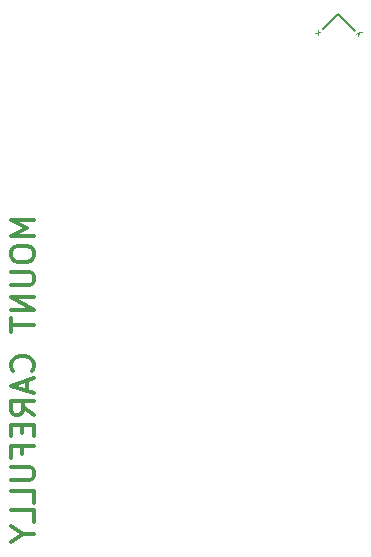
<source format=gbo>
G04 #@! TF.GenerationSoftware,KiCad,Pcbnew,5.0.1-33cea8e~68~ubuntu18.04.1*
G04 #@! TF.CreationDate,2019-04-03T20:24:34-04:00*
G04 #@! TF.ProjectId,IMU,494D552E6B696361645F706362000000,rev?*
G04 #@! TF.SameCoordinates,Original*
G04 #@! TF.FileFunction,Legend,Bot*
G04 #@! TF.FilePolarity,Positive*
%FSLAX46Y46*%
G04 Gerber Fmt 4.6, Leading zero omitted, Abs format (unit mm)*
G04 Created by KiCad (PCBNEW 5.0.1-33cea8e~68~ubuntu18.04.1) date Wed 03 Apr 2019 08:24:34 PM EDT*
%MOMM*%
%LPD*%
G01*
G04 APERTURE LIST*
%ADD10C,0.127000*%
%ADD11C,0.100000*%
%ADD12C,0.300000*%
G04 APERTURE END LIST*
D10*
X144155160Y-78546960D02*
X145415000Y-77287120D01*
D11*
X147084577Y-79194580D02*
X147236100Y-78874699D01*
X146916219Y-79026222D02*
X147236100Y-78874699D01*
X147353951Y-78824191D01*
X147387623Y-78824191D01*
X147438131Y-78841027D01*
D10*
X145425160Y-77297280D02*
X146857720Y-78729840D01*
D11*
X143928044Y-78833498D02*
X143507147Y-78884006D01*
X143692341Y-79069200D02*
X143742849Y-78648303D01*
D12*
X119700561Y-94778609D02*
X117700561Y-94778609D01*
X119129133Y-95445276D01*
X117700561Y-96111942D01*
X119700561Y-96111942D01*
X117700561Y-97445276D02*
X117700561Y-97826228D01*
X117795800Y-98016704D01*
X117986276Y-98207180D01*
X118367228Y-98302419D01*
X119033895Y-98302419D01*
X119414847Y-98207180D01*
X119605323Y-98016704D01*
X119700561Y-97826228D01*
X119700561Y-97445276D01*
X119605323Y-97254800D01*
X119414847Y-97064323D01*
X119033895Y-96969085D01*
X118367228Y-96969085D01*
X117986276Y-97064323D01*
X117795800Y-97254800D01*
X117700561Y-97445276D01*
X117700561Y-99159561D02*
X119319609Y-99159561D01*
X119510085Y-99254800D01*
X119605323Y-99350038D01*
X119700561Y-99540514D01*
X119700561Y-99921466D01*
X119605323Y-100111942D01*
X119510085Y-100207180D01*
X119319609Y-100302419D01*
X117700561Y-100302419D01*
X119700561Y-101254800D02*
X117700561Y-101254800D01*
X119700561Y-102397657D01*
X117700561Y-102397657D01*
X117700561Y-103064323D02*
X117700561Y-104207180D01*
X119700561Y-103635752D02*
X117700561Y-103635752D01*
X119510085Y-107540514D02*
X119605323Y-107445276D01*
X119700561Y-107159561D01*
X119700561Y-106969085D01*
X119605323Y-106683371D01*
X119414847Y-106492895D01*
X119224371Y-106397657D01*
X118843419Y-106302419D01*
X118557704Y-106302419D01*
X118176752Y-106397657D01*
X117986276Y-106492895D01*
X117795800Y-106683371D01*
X117700561Y-106969085D01*
X117700561Y-107159561D01*
X117795800Y-107445276D01*
X117891038Y-107540514D01*
X119129133Y-108302419D02*
X119129133Y-109254800D01*
X119700561Y-108111942D02*
X117700561Y-108778609D01*
X119700561Y-109445276D01*
X119700561Y-111254800D02*
X118748180Y-110588133D01*
X119700561Y-110111942D02*
X117700561Y-110111942D01*
X117700561Y-110873847D01*
X117795800Y-111064323D01*
X117891038Y-111159561D01*
X118081514Y-111254800D01*
X118367228Y-111254800D01*
X118557704Y-111159561D01*
X118652942Y-111064323D01*
X118748180Y-110873847D01*
X118748180Y-110111942D01*
X118652942Y-112111942D02*
X118652942Y-112778609D01*
X119700561Y-113064323D02*
X119700561Y-112111942D01*
X117700561Y-112111942D01*
X117700561Y-113064323D01*
X118652942Y-114588133D02*
X118652942Y-113921466D01*
X119700561Y-113921466D02*
X117700561Y-113921466D01*
X117700561Y-114873847D01*
X117700561Y-115635752D02*
X119319609Y-115635752D01*
X119510085Y-115730990D01*
X119605323Y-115826228D01*
X119700561Y-116016704D01*
X119700561Y-116397657D01*
X119605323Y-116588133D01*
X119510085Y-116683371D01*
X119319609Y-116778609D01*
X117700561Y-116778609D01*
X119700561Y-118683371D02*
X119700561Y-117730990D01*
X117700561Y-117730990D01*
X119700561Y-120302419D02*
X119700561Y-119350038D01*
X117700561Y-119350038D01*
X118748180Y-121350038D02*
X119700561Y-121350038D01*
X117700561Y-120683371D02*
X118748180Y-121350038D01*
X117700561Y-122016704D01*
M02*

</source>
